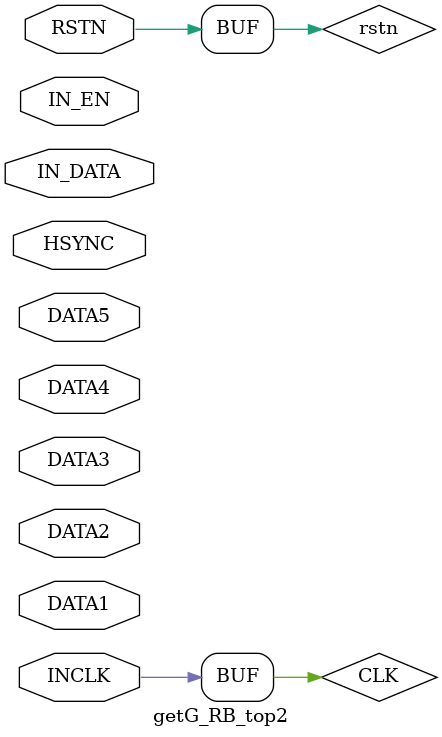
<source format=v>
module getG_RB_top2(
	input wire IN_EN,
	input wire INCLK,
	input wire [7:0] IN_DATA,
	input wire HSYNC,
	input wire DATA1,
	input wire DATA2,
	input wire DATA3,
	input wire DATA4,
	input wire DATA5,
	input wire RSTN
);
wire clk;
assign CLK = INCLK;
wire rstn;
assign rstn = RSTN;
wire uu;
wire updata;
wire mid;
wire downdata;
wire dd; 
wire leftdata; 
wire ll;
wire rr;
wire rightdata;
wire en1;
wire en2;
wire da;
Demosaic_pre_G_RB pre(
	.INCLK(clk),
	.RSTN(rstn),
	.DATA_EN(IN_EN),
	.HSYNC(HSYNC),
	.DATA1(DATA1),
	.DATA2(DATA2),
	.DATA3(DATA3),
	.DATA4(DATA4),
	.DATA5(DATA5),
	.UU(uu),
	.UPDATA(updata),
	.MID(mid),
	.DOWNDATA(downdata),
	.DD(dd),
	.LEFTDATA(leftdata),
	.LL(ll),
	.RR(rr),
	.RIGHTDATA(rightdata),
	.O_EN(en1)	
);

Demosaic_calG_RB calG(
	.INCLK(clk),
	.RSTN(rstn),
	.IN_EN(IN_EN),
	.UU(uu),
	.UPDATA(updata),
	.MID(mid),
	.DOWNDATA(downdata),
	.DD(dd),
	.LEFTDATA(leftdata),
	.LL(ll),
	.RR(rr),
	.RIGHTDATA(rightdata),
	.O_EN(en2),
	.O_DATA(da)
);

Demosaic_tb_writeG_RB tb2(
	.DATA(da),
	.IN_EN(en2),
	.INCLK(clk),
	.RSTN(RSTN)
);
endmodule
</source>
